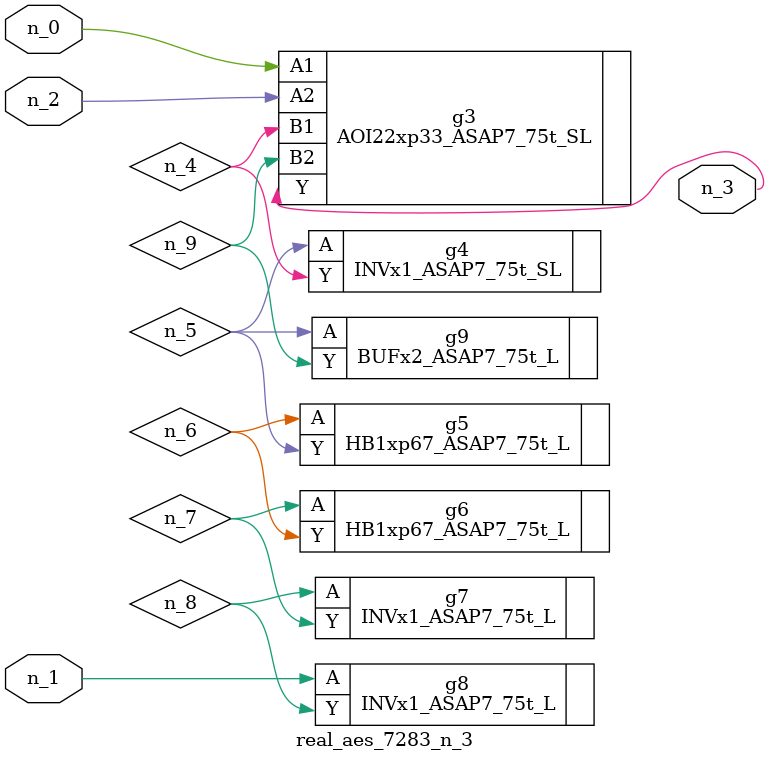
<source format=v>
module real_aes_7283_n_3 (n_0, n_2, n_1, n_3);
input n_0;
input n_2;
input n_1;
output n_3;
wire n_4;
wire n_5;
wire n_7;
wire n_9;
wire n_6;
wire n_8;
AOI22xp33_ASAP7_75t_SL g3 ( .A1(n_0), .A2(n_2), .B1(n_4), .B2(n_9), .Y(n_3) );
INVx1_ASAP7_75t_L g8 ( .A(n_1), .Y(n_8) );
INVx1_ASAP7_75t_SL g4 ( .A(n_5), .Y(n_4) );
BUFx2_ASAP7_75t_L g9 ( .A(n_5), .Y(n_9) );
HB1xp67_ASAP7_75t_L g5 ( .A(n_6), .Y(n_5) );
HB1xp67_ASAP7_75t_L g6 ( .A(n_7), .Y(n_6) );
INVx1_ASAP7_75t_L g7 ( .A(n_8), .Y(n_7) );
endmodule
</source>
